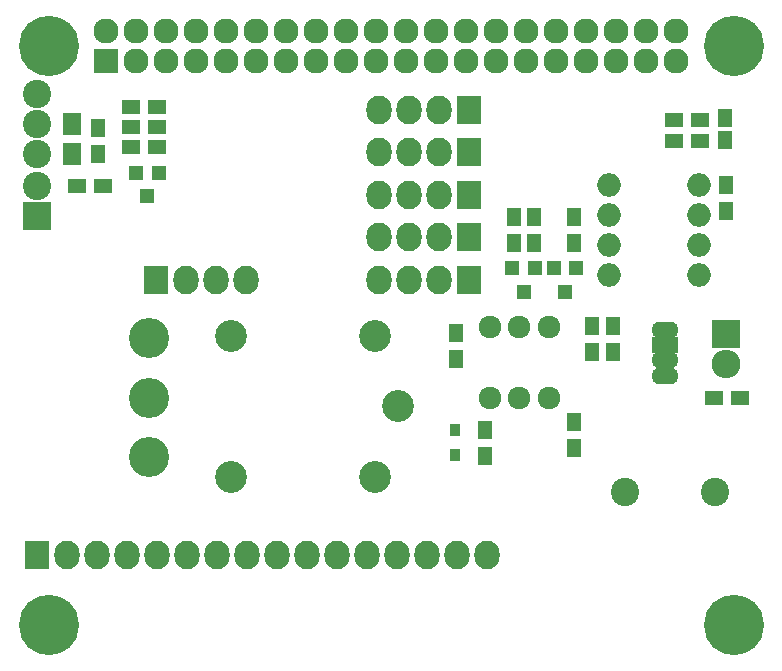
<source format=gts>
G04 #@! TF.FileFunction,Soldermask,Top*
%FSLAX46Y46*%
G04 Gerber Fmt 4.6, Leading zero omitted, Abs format (unit mm)*
G04 Created by KiCad (PCBNEW 4.0.2+dfsg1-stable) date  6.06.2016 (пн) 11:52:17 EEST*
%MOMM*%
G01*
G04 APERTURE LIST*
%ADD10C,0.100000*%
%ADD11R,2.127200X2.127200*%
%ADD12O,2.127200X2.127200*%
%ADD13O,2.305000X1.400000*%
%ADD14R,2.305000X1.400000*%
%ADD15C,1.924000*%
%ADD16R,1.200100X1.200100*%
%ADD17C,2.400000*%
%ADD18C,5.100000*%
%ADD19R,1.150000X1.600000*%
%ADD20R,1.300000X1.600000*%
%ADD21R,1.600000X1.300000*%
%ADD22R,1.650000X1.900000*%
%ADD23R,0.850000X0.990000*%
%ADD24R,2.432000X2.432000*%
%ADD25O,2.432000X2.432000*%
%ADD26O,2.000000X2.000000*%
%ADD27C,3.400000*%
%ADD28C,2.700000*%
%ADD29R,2.127200X2.432000*%
%ADD30O,2.127200X2.432000*%
%ADD31R,2.400000X2.400000*%
G04 APERTURE END LIST*
D10*
D11*
X106370000Y-73370000D03*
D12*
X106370000Y-70830000D03*
X108910000Y-73370000D03*
X108910000Y-70830000D03*
X111450000Y-73370000D03*
X111450000Y-70830000D03*
X113990000Y-73370000D03*
X113990000Y-70830000D03*
X116530000Y-73370000D03*
X116530000Y-70830000D03*
X119070000Y-73370000D03*
X119070000Y-70830000D03*
X121610000Y-73370000D03*
X121610000Y-70830000D03*
X124150000Y-73370000D03*
X124150000Y-70830000D03*
X126690000Y-73370000D03*
X126690000Y-70830000D03*
X129230000Y-73370000D03*
X129230000Y-70830000D03*
X131770000Y-73370000D03*
X131770000Y-70830000D03*
X134310000Y-73370000D03*
X134310000Y-70830000D03*
X136850000Y-73370000D03*
X136850000Y-70830000D03*
X139390000Y-73370000D03*
X139390000Y-70830000D03*
X141930000Y-73370000D03*
X141930000Y-70830000D03*
X144470000Y-73370000D03*
X144470000Y-70830000D03*
X147010000Y-73370000D03*
X147010000Y-70830000D03*
X149550000Y-73370000D03*
X149550000Y-70830000D03*
X152090000Y-73370000D03*
X152090000Y-70830000D03*
X154630000Y-73370000D03*
X154630000Y-70830000D03*
D13*
X153700000Y-96100000D03*
D14*
X153700000Y-97400000D03*
D13*
X153700000Y-98700000D03*
X153700000Y-100000000D03*
D15*
X141350000Y-101880000D03*
X143850000Y-101880000D03*
X138850000Y-101880000D03*
X143850000Y-95880000D03*
X141350000Y-95880000D03*
X138850000Y-95880000D03*
D16*
X110810000Y-82819240D03*
X108910000Y-82819240D03*
X109860000Y-84818220D03*
D17*
X150324000Y-109878000D03*
X157944000Y-109858000D03*
D18*
X159500000Y-121100000D03*
X159500000Y-72100000D03*
X101500000Y-72100000D03*
X101500000Y-121100000D03*
D19*
X158750000Y-80050000D03*
X158750000Y-78150000D03*
D20*
X158820000Y-83860000D03*
X158820000Y-86060000D03*
D21*
X156600000Y-80100000D03*
X154400000Y-80100000D03*
X156600000Y-78350000D03*
X154400000Y-78350000D03*
D22*
X103490000Y-81220000D03*
X103490000Y-78720000D03*
D21*
X106130000Y-83960000D03*
X103930000Y-83960000D03*
D20*
X105710000Y-79020000D03*
X105710000Y-81220000D03*
D23*
X135920000Y-104605000D03*
X135920000Y-106715000D03*
D20*
X140900000Y-86600000D03*
X140900000Y-88800000D03*
X142600000Y-88800000D03*
X142600000Y-86600000D03*
X138420000Y-106800000D03*
X138420000Y-104600000D03*
D24*
X158800000Y-96500000D03*
D25*
X158800000Y-99040000D03*
D16*
X142650000Y-90899240D03*
X140750000Y-90899240D03*
X141700000Y-92898220D03*
X146150000Y-90899240D03*
X144250000Y-90899240D03*
X145200000Y-92898220D03*
D21*
X108430000Y-77270000D03*
X110630000Y-77270000D03*
X108430000Y-78930000D03*
X110630000Y-78930000D03*
X108430000Y-80600000D03*
X110630000Y-80600000D03*
D20*
X146000000Y-88800000D03*
X146000000Y-86600000D03*
X146006000Y-106142000D03*
X146006000Y-103942000D03*
X135980000Y-98580000D03*
X135980000Y-96380000D03*
D26*
X148970000Y-83860000D03*
X148970000Y-86400000D03*
X148970000Y-88940000D03*
X148970000Y-91480000D03*
X156590000Y-91480000D03*
X156590000Y-88940000D03*
X156590000Y-86400000D03*
X156590000Y-83860000D03*
D20*
X147530000Y-95814000D03*
X147530000Y-98014000D03*
X149308000Y-95814000D03*
X149308000Y-98014000D03*
D27*
X110000000Y-96850000D03*
X110000000Y-101850000D03*
X110000000Y-106850000D03*
D28*
X116900000Y-96600000D03*
X129100000Y-96600000D03*
X116900000Y-108600000D03*
X129100000Y-108600000D03*
X131100000Y-102600000D03*
D29*
X100540000Y-115202000D03*
D30*
X103080000Y-115202000D03*
X105620000Y-115202000D03*
X108160000Y-115202000D03*
X110700000Y-115202000D03*
X113240000Y-115202000D03*
X115780000Y-115202000D03*
X118320000Y-115202000D03*
X120860000Y-115202000D03*
X123400000Y-115202000D03*
X125940000Y-115202000D03*
X128480000Y-115202000D03*
X131020000Y-115202000D03*
X133560000Y-115202000D03*
X136100000Y-115202000D03*
X138640000Y-115202000D03*
D21*
X157800000Y-101900000D03*
X160000000Y-101900000D03*
D17*
X100540000Y-76140000D03*
X100540000Y-78680000D03*
X100540000Y-81220000D03*
D31*
X100520000Y-86500000D03*
D17*
X100520000Y-83960000D03*
D29*
X110600000Y-91900000D03*
D30*
X113140000Y-91900000D03*
X115680000Y-91900000D03*
X118220000Y-91900000D03*
D29*
X137100000Y-91900000D03*
D30*
X134560000Y-91900000D03*
X132020000Y-91900000D03*
X129480000Y-91900000D03*
D29*
X137100000Y-77500000D03*
D30*
X134560000Y-77500000D03*
X132020000Y-77500000D03*
X129480000Y-77500000D03*
D29*
X137100000Y-88300000D03*
D30*
X134560000Y-88300000D03*
X132020000Y-88300000D03*
X129480000Y-88300000D03*
D29*
X137100000Y-84700000D03*
D30*
X134560000Y-84700000D03*
X132020000Y-84700000D03*
X129480000Y-84700000D03*
D29*
X137100000Y-81100000D03*
D30*
X134560000Y-81100000D03*
X132020000Y-81100000D03*
X129480000Y-81100000D03*
M02*

</source>
